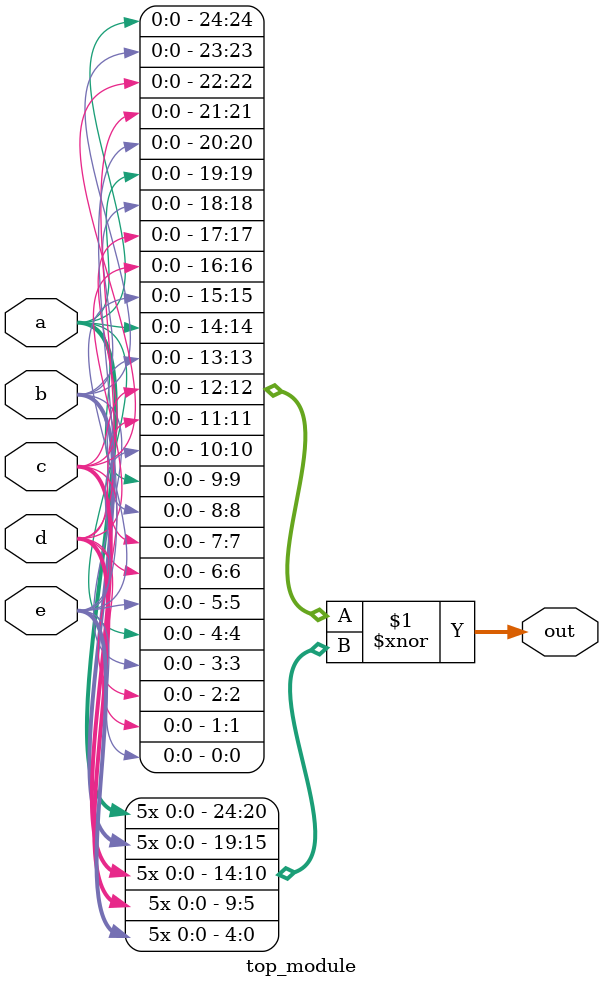
<source format=v>
module top_module (
    input a, b, c, d, e,
    output [24:0] out );
    assign out = {5{a,b,c,d,e} }^~{{5{a}},{5{b}},{5{c}},{5{d}},{5{e}}};

endmodule

</source>
